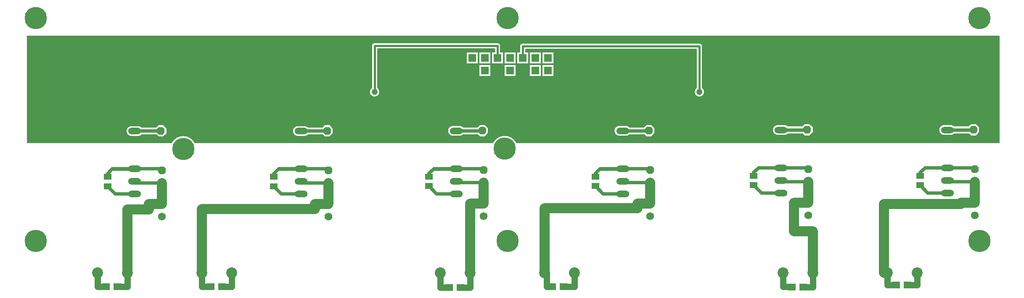
<source format=gbr>
G04 EasyPC Gerber Version 20.0.2 Build 4112 *
G04 #@! TF.Part,Single*
G04 #@! TF.FileFunction,Copper,L2,Bot *
%FSLAX35Y35*%
%MOIN*%
G04 #@! TA.AperFunction,ComponentPad*
%AMT92*0 Octagon Pad at angle 0*4,1,8,-0.01284,-0.03100,0.01284,-0.03100,0.03100,-0.01284,0.03100,0.01284,0.01284,0.03100,-0.01284,0.03100,-0.03100,0.01284,-0.03100,-0.01284,-0.01284,-0.03100,0*%
%ADD92T92*%
%AMT90*0 Octagon Pad at angle 0*4,1,8,-0.01305,-0.03150,0.01305,-0.03150,0.03150,-0.01305,0.03150,0.01305,0.01305,0.03150,-0.01305,0.03150,-0.03150,0.01305,-0.03150,-0.01305,-0.01305,-0.03150,0*%
%ADD90T90*%
%ADD88O,0.10400X0.05200*%
G04 #@! TA.AperFunction,SMDPad*
%ADD93R,0.05906X0.05118*%
%ADD109R,0.06000X0.05500*%
G04 #@! TA.AperFunction,WasherPad*
%ADD85R,0.06000X0.06000*%
G04 #@! TD.AperFunction*
%ADD13C,0.00500*%
%ADD98C,0.01500*%
%ADD96C,0.02500*%
G04 #@! TA.AperFunction,ViaPad*
%ADD107C,0.04800*%
G04 #@! TD.AperFunction*
%ADD95C,0.05000*%
G04 #@! TA.AperFunction,ComponentPad*
%ADD91C,0.06200*%
%ADD89C,0.06300*%
G04 #@! TD.AperFunction*
%ADD78C,0.07874*%
G04 #@! TA.AperFunction,WasherPad*
%ADD106C,0.08661*%
%ADD82C,0.17717*%
X0Y0D02*
D02*
D13*
X14128Y210388D02*
Y126333D01*
X128543*
G75*
G02X146957I9207J-5020*
G01*
X383261*
G75*
G02X401884I9311J-4823*
G01*
X784600*
Y210978*
X14128*
X14030Y210388*
X14128*
X122012Y140382D02*
X124811Y137583D01*
Y133626*
X122012Y130826*
X118055*
X116450Y132431*
X104906*
G75*
G02X101963Y131238I-2944J3035*
G01*
X96766*
G75*
G02X92537Y135467J4228*
G01*
G75*
G02X96766Y139695I4228*
G01*
X101963*
G75*
G02X104906Y138502J-4228*
G01*
X116175*
X118055Y140382*
X122012*
X253902D02*
X256701Y137583D01*
Y133626*
X253902Y130826*
X249945*
X248340Y132431*
X236796*
G75*
G02X233852Y131238I-2944J3035*
G01*
X228656*
G75*
G02X224427Y135467J4228*
G01*
G75*
G02X228656Y139695I4228*
G01*
X233852*
G75*
G02X236796Y138502J-4228*
G01*
X248065*
X249945Y140382*
X253902*
X389222Y198146D02*
X391472D01*
Y188890*
X382217*
Y198146*
X384467*
Y200923*
X291801*
Y169840*
G75*
G02X293451Y166589I-2378J-3251*
G01*
G75*
G02X285395I-4028*
G01*
G75*
G02X287045Y169840I4028*
G01*
Y203301*
G75*
G02X289423Y205679I2378*
G01*
X386844*
G75*
G02X389222Y203301J-2378*
G01*
Y198146*
X376835Y140579D02*
X379634Y137780D01*
Y133823*
X376835Y131023*
X372878*
X371273Y132628*
X359729*
G75*
G02X356785Y131435I-2944J3035*
G01*
X351589*
G75*
G02X347360Y135663J4228*
G01*
G75*
G02X351589Y139892I4228*
G01*
X356785*
G75*
G02X359729Y138699J-4228*
G01*
X370998*
X372878Y140579*
X376835*
X362217Y198146D02*
X371472D01*
Y188890*
X362217*
Y198146*
X372217Y188146D02*
X381472D01*
Y178890*
X372217*
Y188146*
Y198146D02*
X381472D01*
Y188890*
X372217*
Y198146*
X392217Y188146D02*
X401472D01*
Y178890*
X392217*
Y188146*
Y198146D02*
X401472D01*
Y188890*
X392217*
Y198146*
X549281Y169840D02*
G75*
G02X550931Y166589I-2378J-3251D01*
G01*
G75*
G02X542876I-4028*
G01*
G75*
G02X544526Y169840I4028*
G01*
Y200530*
X409222*
Y198146*
X411472*
Y188890*
X402217*
Y198146*
X404467*
Y202907*
G75*
G02X406844Y205285I2378*
G01*
X546904*
G75*
G02X549281Y202907J-2378*
G01*
Y169840*
X412217Y188146D02*
X421472D01*
Y178890*
X412217*
Y188146*
Y198146D02*
X421472D01*
Y188890*
X412217*
Y198146*
X422217Y188146D02*
X431472D01*
Y178890*
X422217*
Y188146*
Y198146D02*
X431472D01*
Y188890*
X422217*
Y198146*
X508724Y140579D02*
X511524Y137780D01*
Y133823*
X508724Y131023*
X504768*
X503163Y132628*
X491619*
G75*
G02X488675Y131435I-2944J3035*
G01*
X483478*
G75*
G02X479250Y135663J4228*
G01*
G75*
G02X483478Y139892I4228*
G01*
X488675*
G75*
G02X491619Y138699J-4228*
G01*
X502887*
X504768Y140579*
X508724*
X634315Y141268D02*
X637115Y138469D01*
Y134512*
X634315Y131712*
X630358*
X628754Y133317*
X617209*
G75*
G02X614266Y132124I-2944J3035*
G01*
X609069*
G75*
G02X604841Y136352J4228*
G01*
G75*
G02X609069Y140581I4228*
G01*
X614266*
G75*
G02X617209Y139388J-4228*
G01*
X628478*
X630358Y141268*
X634315*
X766205D02*
X769004Y138469D01*
Y134512*
X766205Y131712*
X762248*
X760643Y133317*
X749099*
G75*
G02X746156Y132124I-2944J3035*
G01*
X740959*
G75*
G02X736730Y136352J4228*
G01*
G75*
G02X740959Y140581I4228*
G01*
X746156*
G75*
G02X749099Y139388J-4229*
G01*
X760368*
X762248Y141268*
X766205*
X769004Y135604D02*
G36*
Y134512D01*
X766205Y131712*
X762248*
X760643Y133317*
X749099*
G75*
G02X746156Y132124I-2943J3034*
G01*
X740959*
G75*
G02X736797Y135604I0J4229*
G01*
X637115*
Y134512*
X634315Y131712*
X630358*
X628754Y133317*
X617209*
G75*
G02X614266Y132124I-2943J3034*
G01*
X609069*
G75*
G02X604907Y135604I0J4229*
G01*
X511524*
Y133823*
X508724Y131023*
X504768*
X503163Y132628*
X491619*
G75*
G02X488675Y131435I-2943J3034*
G01*
X483478*
G75*
G02X479250Y135604I0J4229*
G01*
X379634*
Y133823*
X376835Y131023*
X372878*
X371273Y132628*
X359729*
G75*
G02X356785Y131435I-2943J3034*
G01*
X351589*
G75*
G02X347361Y135604I0J4229*
G01*
X256701*
Y133626*
X253902Y130826*
X249945*
X248340Y132431*
X236796*
G75*
G02X233852Y131238I-2943J3034*
G01*
X228656*
G75*
G02X224427Y135467J4228*
G01*
G75*
G02X224430Y135604I4230J-4*
G01*
X124811*
Y133626*
X122012Y130826*
X118055*
X116450Y132431*
X104906*
G75*
G02X101963Y131238I-2943J3034*
G01*
X96766*
G75*
G02X92537Y135467J4228*
G01*
G75*
G02X92540Y135604I4230J-4*
G01*
X14280*
Y126583*
X128684*
G75*
G02X146816I9066J-5270*
G01*
X383395*
G75*
G02X401750I9178J-5073*
G01*
X784350*
Y135604*
X769004*
G37*
X549281Y184120D02*
G36*
Y169840D01*
G75*
G02X550931Y166589I-2380J-3252*
G01*
G75*
G02X542876I-4028*
G01*
G75*
G02X544526Y169840I4030J-1*
G01*
Y184120*
X431472*
Y178890*
X422217*
Y184120*
X421472*
Y178890*
X412217*
Y184120*
X401472*
Y178890*
X392217*
Y184120*
X381472*
Y178890*
X372217*
Y184120*
X291801*
Y169840*
G75*
G02X293451Y166589I-2380J-3252*
G01*
G75*
G02X285395I-4028*
G01*
G75*
G02X287045Y169840I4030J-1*
G01*
Y184120*
X14280*
Y135604*
X92540*
G75*
G02X96766Y139695I4226J-138*
G01*
X101963*
G75*
G02X104906Y138502I1J-4227*
G01*
X116175*
X118055Y140382*
X122012*
X124811Y137583*
Y135604*
X224430*
G75*
G02X228656Y139695I4226J-138*
G01*
X233852*
G75*
G02X236796Y138502I1J-4227*
G01*
X248065*
X249945Y140382*
X253902*
X256701Y137583*
Y135604*
X347361*
G75*
G02X347360Y135663I4229J58*
G01*
G75*
G02X351589Y139892I4228*
G01*
X356785*
G75*
G02X359729Y138699I1J-4227*
G01*
X370998*
X372878Y140579*
X376835*
X379634Y137780*
Y135604*
X479250*
G75*
G02X479250Y135663I4229J58*
G01*
G75*
G02X483478Y139892I4228*
G01*
X488675*
G75*
G02X491619Y138699I1J-4227*
G01*
X502887*
X504768Y140579*
X508724*
X511524Y137780*
Y135604*
X604907*
G75*
G02X604841Y136352I4162J750*
G01*
G75*
G02X609069Y140581I4228*
G01*
X614266*
G75*
G02X617209Y139388I1J-4227*
G01*
X628478*
X630358Y141268*
X634315*
X637115Y138469*
Y135604*
X736797*
G75*
G02X736730Y136352I4162J750*
G01*
G75*
G02X740959Y140581I4228*
G01*
X746156*
G75*
G02X749099Y139388I1J-4227*
G01*
X760368*
X762248Y141268*
X766205*
X769004Y138469*
Y135604*
X784350*
Y184120*
X549281*
G37*
X287045Y193518D02*
G36*
X14280D01*
Y184120*
X287045*
Y193518*
G37*
X544526D02*
G36*
X431472D01*
Y188890*
X422217*
Y193518*
X421472*
Y188890*
X412217*
Y193518*
X411472*
Y188890*
X402217*
Y193518*
X401472*
Y188890*
X392217*
Y193518*
X391472*
Y188890*
X382217*
Y193518*
X381472*
Y188890*
X372217*
Y193518*
X371472*
Y188890*
X362217*
Y193518*
X291801*
Y184120*
X372217*
Y188146*
X381472*
Y184120*
X392217*
Y188146*
X401472*
Y184120*
X412217*
Y188146*
X421472*
Y184120*
X422217*
Y188146*
X431472*
Y184120*
X544526*
Y193518*
G37*
X549281D02*
G36*
Y184120D01*
X784350*
Y193518*
X549281*
G37*
G36*
X784350*
Y210728*
X14280*
Y193518*
X287045*
Y203301*
G75*
G02X289423Y205679I2378*
G01*
X386844*
G75*
G02X389222Y203301J-2378*
G01*
Y198146*
X391472*
Y193518*
X392217*
Y198146*
X401472*
Y193518*
X402217*
Y198146*
X404467*
Y202907*
G75*
G02X406844Y205285I2378*
G01*
X546904*
G75*
G02X549281Y202907J-2378*
G01*
Y193518*
G37*
X382217D02*
G36*
Y198146D01*
X384467*
Y200923*
X291801*
Y193518*
X362217*
Y198146*
X371472*
Y193518*
X372217*
Y198146*
X381472*
Y193518*
X382217*
G37*
X544526D02*
G36*
Y200530D01*
X409222*
Y198146*
X411472*
Y193518*
X412217*
Y198146*
X421472*
Y193518*
X422217*
Y198146*
X431472*
Y193518*
X544526*
G37*
D02*
D78*
X93557Y22986D02*
Y73183D01*
X110486*
Y77691*
X121018*
Y94266D02*
Y77691D01*
X152612Y22986D02*
Y73577D01*
X242081*
Y77691*
X252907*
Y94266D02*
Y77691D01*
X365211Y22986D02*
Y77888D01*
X375841*
Y94463D02*
Y77888D01*
X424266Y22986D02*
Y74167D01*
X497789*
Y77888*
X507730*
Y94463D02*
Y77888D01*
X633321Y95152D02*
Y78577D01*
X636864Y22986D02*
Y55762D01*
X621904*
Y78577*
X633321*
X695919Y22986D02*
X693163D01*
Y77514*
X754285*
Y78577*
X765211*
Y95152D02*
Y78577D01*
D02*
D82*
X20722Y48085D03*
Y225250D03*
X137750Y121313D03*
X392573Y121510D03*
X394738Y48085D03*
Y225250D03*
X768754Y48085D03*
Y225250D03*
D02*
D85*
X366844Y183518D03*
Y193518D03*
X376844Y183518D03*
Y193518D03*
X386844Y183518D03*
Y193518D03*
X396844Y183518D03*
Y193518D03*
X406844Y183518D03*
Y193518D03*
X416844Y183518D03*
Y193518D03*
X426844Y183518D03*
Y193518D03*
D02*
D88*
X99364Y85467D03*
Y95467D03*
Y105467D03*
Y135467D03*
Y145467D03*
X231254Y85467D03*
Y95467D03*
Y105467D03*
Y135467D03*
Y145467D03*
X354187Y85663D03*
Y95663D03*
Y105663D03*
Y135663D03*
Y145663D03*
X486077Y85663D03*
Y95663D03*
Y105663D03*
Y135663D03*
Y145663D03*
X611667Y86352D03*
Y96352D03*
Y106352D03*
Y136352D03*
Y146352D03*
X743557Y86352D03*
Y96352D03*
Y106352D03*
Y136352D03*
Y146352D03*
D02*
D89*
X120033Y145604D03*
X251923D03*
X374856Y145801D03*
X506746D03*
X632337Y146490D03*
X764226D03*
D02*
D90*
X120033Y135604D03*
X251923D03*
X374856Y135801D03*
X506746D03*
X632337Y136490D03*
X764226D03*
D02*
D91*
X121018Y67691D03*
Y94266D03*
X252907Y67691D03*
Y94266D03*
X375841Y67888D03*
Y94463D03*
X507730Y67888D03*
Y94463D03*
X633321Y68577D03*
Y95152D03*
X765211Y68577D03*
Y95152D03*
D02*
D92*
X121018Y77691D03*
Y104266D03*
X252907Y77691D03*
Y104266D03*
X375841Y77888D03*
Y104463D03*
X507730Y77888D03*
Y104463D03*
X633321Y78577D03*
Y105152D03*
X765211Y78577D03*
Y105152D03*
D02*
D93*
X77711Y91589D03*
Y99069D03*
X209600Y91589D03*
Y99069D03*
X332533Y91785D03*
Y99266D03*
X464423Y91785D03*
Y99266D03*
X590014Y92474D03*
Y99955D03*
X721904Y92474D03*
Y99955D03*
D02*
D95*
X76656Y11766D02*
X69935D01*
Y22986*
X85656Y11766D02*
X93557D01*
Y22986*
X159431Y11766D02*
X152612D01*
Y22986*
X168431Y11766D02*
X176234D01*
Y22986*
X348506Y11274D02*
X341589D01*
Y22986*
X357506Y11274D02*
X365211D01*
Y22986*
X430199Y11766D02*
X425742D01*
Y22986*
X424266*
X439199Y11766D02*
X447888D01*
Y22986*
X613931D02*
X613242D01*
X620356Y11569D02*
Y11766D01*
X613242*
Y22986*
X636864D02*
Y11569D01*
X629356*
X702738Y13144D02*
X695919D01*
Y22986*
X711738Y13144D02*
X719541D01*
Y22986*
D02*
D96*
X77711Y91589D02*
X83813Y85486D01*
X96805*
X99364Y85467*
X77711Y99069D02*
Y101530D01*
X81648Y105467*
X99364*
X97711Y134620D02*
X99364Y135467D01*
Y95467D02*
Y94344D01*
X120033*
X120939Y95250*
Y94344*
X121018Y94266*
X99364Y105467D02*
X99285Y105171D01*
X82632*
X99364Y105467D02*
X120033D01*
X121018Y104482*
Y104266*
X99364Y135467D02*
X119896D01*
X120033Y135604*
Y145604D02*
X102002D01*
X99364Y145467*
X120112Y66785D02*
X121018Y67691D01*
Y94266D02*
Y77691D01*
X209600Y91589D02*
X215703Y85486D01*
X228695*
X231254Y85467*
X209600Y99069D02*
Y101530D01*
X213537Y105467*
X231254*
X229600Y134620D02*
X231254Y135467D01*
Y95467D02*
Y94344D01*
X251923*
X252829Y95250*
Y94344*
X252907Y94266*
X231254Y105467D02*
X231175Y105171D01*
X214522*
X231254Y105467D02*
X251923D01*
X252907Y104482*
Y104266*
X231254Y135467D02*
X251785D01*
X251923Y135604*
Y145604D02*
X233892D01*
X231254Y145467*
X252002Y66785D02*
X252907Y67691D01*
Y94266D02*
Y77691D01*
X332533Y91785D02*
X338636Y85683D01*
X351628*
X354187Y85663*
X332533Y99266D02*
Y101726D01*
X336470Y105663*
X354187*
X352533Y134817D02*
X354187Y135663D01*
Y95663D02*
Y94541D01*
X374856*
X375762Y95447*
Y94541*
X375841Y94463*
X354187Y105663D02*
X354108Y105368D01*
X337455*
X354187Y105663D02*
X374856D01*
X375841Y104679*
Y104463*
X354187Y135663D02*
X374719D01*
X374856Y135801*
Y145801D02*
X356825D01*
X354187Y145663*
X374935Y66982D02*
X375841Y67888D01*
Y94463D02*
Y77888D01*
X464423Y91785D02*
X470526Y85683D01*
X483518*
X486077Y85663*
X464423Y99266D02*
Y101726D01*
X468360Y105663*
X486077*
X484423Y134817D02*
X486077Y135663D01*
Y95663D02*
Y94541D01*
X506746*
X507652Y95447*
Y94541*
X507730Y94463*
X486077Y105663D02*
X485998Y105368D01*
X469344*
X486077Y105663D02*
X506746D01*
X507730Y104679*
Y104463*
X486077Y135663D02*
X506608D01*
X506746Y135801*
Y145801D02*
X488715D01*
X486077Y145663*
X506825Y66982D02*
X507730Y67888D01*
Y94463D02*
Y77888D01*
X590014Y92474D02*
X596116Y86372D01*
X609108*
X611667Y86352*
X590014Y99955D02*
Y102415D01*
X593951Y106352*
X611667*
X610014Y135506D02*
X611667Y136352D01*
Y96352D02*
Y95230D01*
X632337*
X633242Y96136*
Y95230*
X633321Y95152*
X611667Y106352D02*
X611589Y106057D01*
X594935*
X611667Y106352D02*
X632337D01*
X633321Y105368*
Y105152*
X611667Y136352D02*
X632199D01*
X632337Y136490*
Y146490D02*
X614305D01*
X611667Y146352*
X632415Y67671D02*
X633321Y68577D01*
Y95152D02*
Y78577D01*
X721904Y92474D02*
X728006Y86372D01*
X740998*
X743557Y86352*
X721904Y99955D02*
Y102415D01*
X725841Y106352*
X743557*
X741904Y135506D02*
X743557Y136352D01*
Y96352D02*
Y95230D01*
X764226*
X765132Y96136*
Y95230*
X765211Y95152*
X743557Y106352D02*
X743478Y106057D01*
X726825*
X743557Y106352D02*
X764226D01*
X765211Y105368*
Y105152*
X743557Y136352D02*
X764089D01*
X764226Y136490*
Y146490D02*
X746195D01*
X743557Y146352*
X764305Y67671D02*
X765211Y68577D01*
Y95152D02*
Y78577D01*
D02*
D98*
X289423Y166589D02*
Y203301D01*
X386844*
Y193518*
X406844D02*
Y202907D01*
X546904*
Y166589*
D02*
D106*
X69935Y22986D03*
X93557D03*
X152612D03*
X176234D03*
X341589D03*
X365211D03*
X424266D03*
X447888D03*
X613242D03*
X636864D03*
X695919D03*
D03*
X719541D03*
D03*
D02*
D107*
X289423Y166589D03*
X546904D03*
D02*
D109*
X76656Y11766D03*
X85656D03*
X159431D03*
X168431D03*
X348506Y11274D03*
X357506D03*
X430199Y11766D03*
X439199D03*
X620356Y11569D03*
X629356D03*
X702738Y13144D03*
X711738D03*
X0Y0D02*
M02*

</source>
